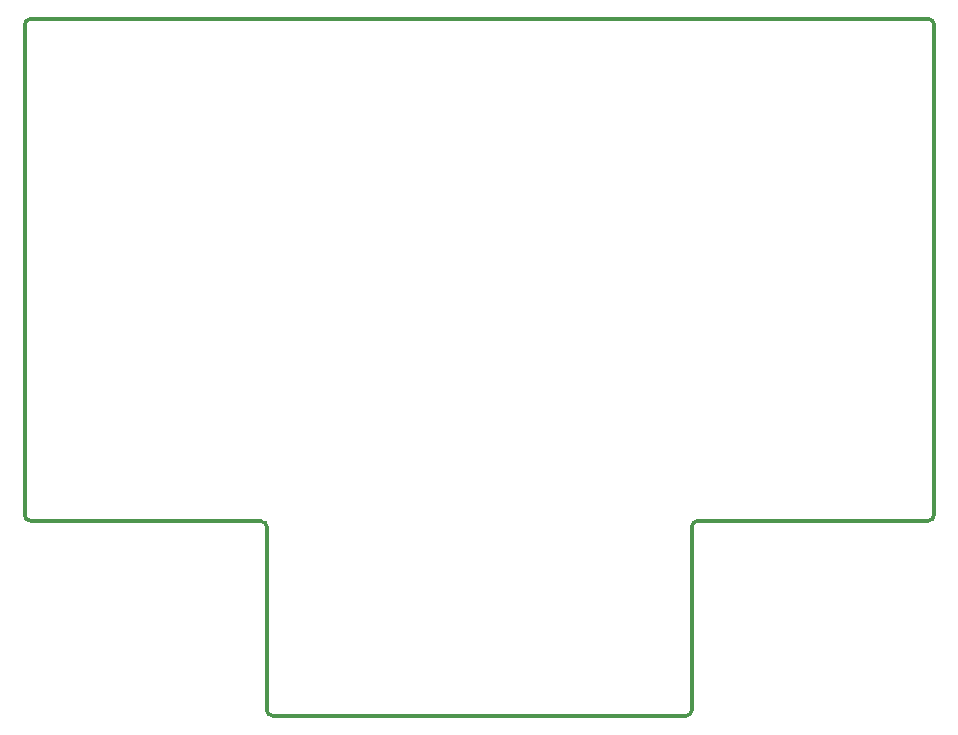
<source format=gko>
G04 DesignSpark PCB Gerber Version 10.0 Build 5299*
G04 #@! TF.Part,Single*
%FSLAX35Y35*%
%MOMM*%
%ADD11C,0.30000*%
G04 #@! TD.AperFunction*
X0Y0D02*
D02*
D11*
X1493180Y2625000D02*
Y6775000D01*
G75*
G02*
X1543180Y6825000I50000J0D01*
G01*
X9143180D01*
G75*
G02*
X9193180Y6775000I0J-50000D01*
G01*
Y2625000D01*
G75*
G02*
X9143180Y2575000I-50000J0D01*
G01*
X7193180D01*
G75*
G03*
X7143180Y2525000I0J-50000D01*
G01*
Y975000D01*
G75*
G02*
X7093180Y925000I-50000J0D01*
G01*
X3593180D01*
G75*
G02*
X3543180Y975000I0J50000D01*
G01*
Y2525000D01*
G75*
G03*
X3493180Y2575000I-50000J0D01*
G01*
X1543180D01*
G75*
G02*
X1493180Y2625000I0J50000D01*
G01*
X0Y0D02*
M02*

</source>
